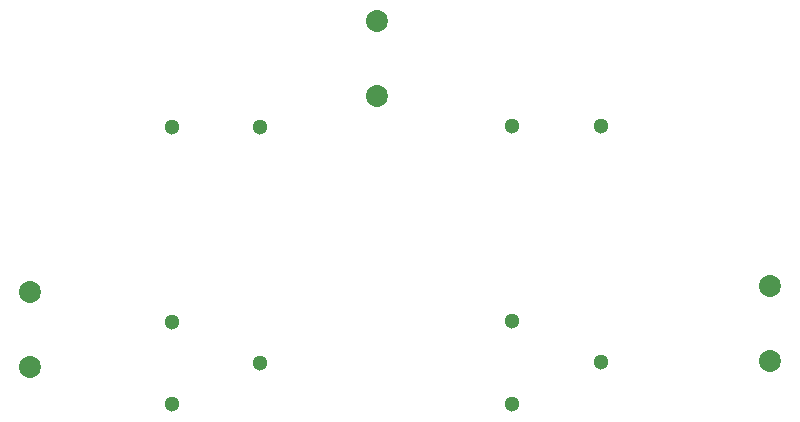
<source format=gbr>
%TF.GenerationSoftware,KiCad,Pcbnew,9.0.0*%
%TF.CreationDate,2025-04-12T14:03:43-05:00*%
%TF.ProjectId,Charging_PCB,43686172-6769-46e6-975f-5043422e6b69,rev?*%
%TF.SameCoordinates,Original*%
%TF.FileFunction,Plated,1,2,PTH,Drill*%
%TF.FilePolarity,Positive*%
%FSLAX46Y46*%
G04 Gerber Fmt 4.6, Leading zero omitted, Abs format (unit mm)*
G04 Created by KiCad (PCBNEW 9.0.0) date 2025-04-12 14:03:43*
%MOMM*%
%LPD*%
G01*
G04 APERTURE LIST*
%TA.AperFunction,ComponentDrill*%
%ADD10C,1.300000*%
%TD*%
%TA.AperFunction,ComponentDrill*%
%ADD11C,1.860000*%
%TD*%
G04 APERTURE END LIST*
D10*
%TO.C,K3*%
X129000000Y-95000000D03*
X129000000Y-111500000D03*
X129000000Y-118500000D03*
X136500000Y-95000000D03*
X136500000Y-115000000D03*
%TO.C,K4*%
X157812500Y-94962500D03*
X157812500Y-111462500D03*
X157812500Y-118462500D03*
X165312500Y-94962500D03*
X165312500Y-114962500D03*
D11*
%TO.C,U114*%
X117000000Y-109000000D03*
X117000000Y-115350000D03*
%TO.C,U113*%
X146365000Y-86037500D03*
X146365000Y-92387500D03*
%TO.C,U112*%
X179677500Y-108500000D03*
X179677500Y-114850000D03*
M02*

</source>
